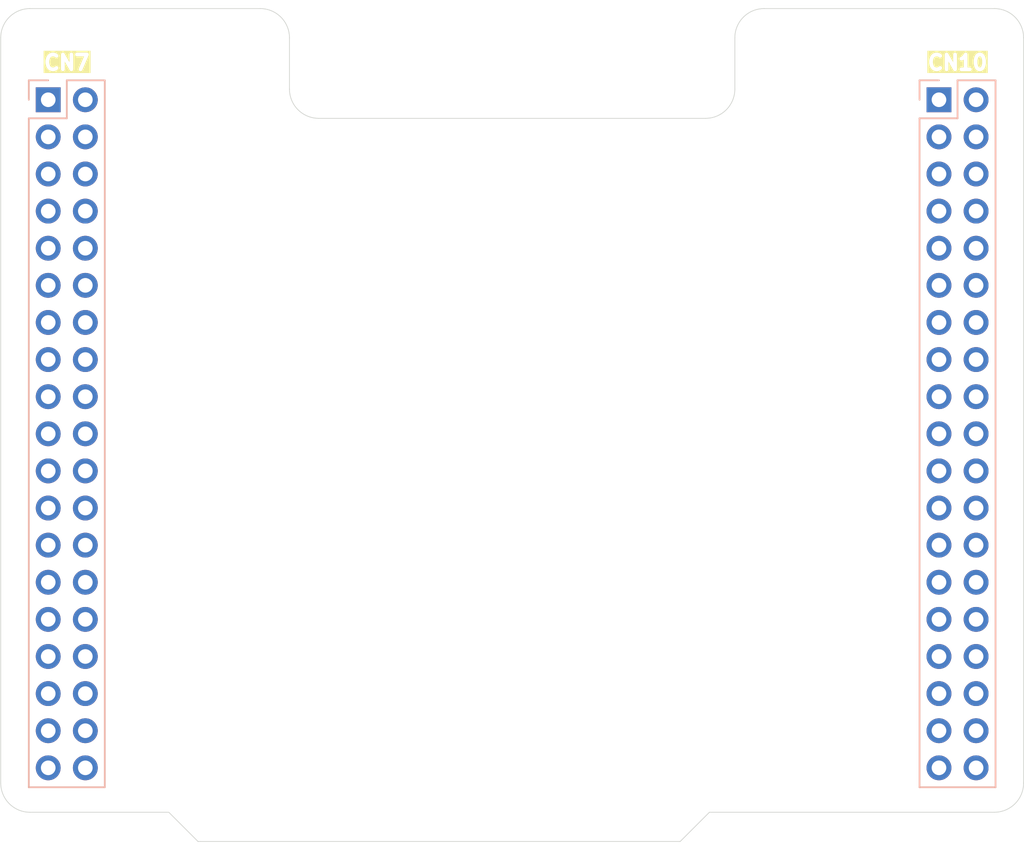
<source format=kicad_pcb>
(kicad_pcb (version 20241229) (generator "pcbnew") (generator_version "9.0")
  (layers (0 "F.Cu" signal) (2 "B.Cu" signal) (13 "F.Paste" user) (15 "B.Paste" user) (5 "F.SilkS" user "F.Silkscreen") (7 "B.SilkS" user "B.Silkscreen") (1 "F.Mask" user) (3 "B.Mask" user) (25 "Edge.Cuts" user))
  (net 0 "")
  (net 3 "+3V3")
  (net 6 "VIN")
  (net 8 "VBAT")
  (net 11 "+5V")
  (net 22 "AGND")
  (net 29 "AVDD")
  (net 36 "U5V")
  (net 39 "E5V")
  (net 47 "GNDD")
  (net 57 "BOOT0")
  (net 58 "VDD")
  (net 60 "RESET")
  (net 65 "IOREF")
  (footprint "MountingHole:MountingHole_3.2mm_M3_ISO14580" (layer "F.Cu") (at 161.318236 109.218344)
    (property "Reference" "H1" (hide yes))
    (property "Value" "MountingHole" (hide yes))
    (pad "" np_thru_hole circle (at -0.028236 0.001656) (size 3.2 3.2) (drill 3.2) (layers "*.Cu" "*.Mask"))
  )
  (footprint "MountingHole:MountingHole_3.2mm_M3_ISO14580" (layer "F.Cu") (at 133.35 109.22)
    (property "Reference" "H4" (hide yes))
    (property "Value" "MountingHole" (hide yes))
    (pad "" np_thru_hole circle (at 0 0) (size 3.2 3.2) (drill 3.2) (layers "*.Cu" "*.Mask"))
  )
  (footprint "MountingHole:MountingHole_3.2mm_M3_ISO14580" (layer "F.Cu") (at 128.299221 57.157512)
    (property "Reference" "H3" (hide yes))
    (property "Value" "MountingHole" (hide yes))
    (pad "" np_thru_hole circle (at -0.029221 -0.007512) (size 3.2 3.2) (drill 3.2) (layers "*.Cu" "*.Mask"))
  )
  (footprint "MountingHole:MountingHole_3.2mm_M3_ISO14580" (layer "F.Cu") (at 176.563056 58.428713)
    (property "Reference" "H2" (hide yes))
    (property "Value" "MountingHole" (hide yes))
    (pad "" np_thru_hole circle (at -0.033056 -0.008713) (size 3.2 3.2) (drill 3.2) (layers "*.Cu" "*.Mask"))
  )
  (footprint "Connector_PinSocket_2.54mm:PinSocket_2x19_P2.54mm_Vertical" (layer "B.Cu") (at 181.61 60.96 180)
    (property "Reference" "J2" (hide yes))
    (property "Value" "CN10" (at -1.27 2.54 0) (layer "F.SilkS" knockout) (effects (font (size 1.016 1.016) (thickness 0.254) (bold yes))))
    (fp_line (start 1.33 1.33) (end 1.33 0) (stroke (width 0.12)) (layer "B.SilkS"))
    (fp_line (start 1.33 -1.27) (end 1.33 -47.05) (stroke (width 0.12)) (layer "B.SilkS"))
    (fp_line (start 0 1.33) (end 1.33 1.33) (stroke (width 0.12)) (layer "B.SilkS"))
    (fp_line (start -1.27 1.33) (end -1.27 -1.27) (stroke (width 0.12)) (layer "B.SilkS"))
    (fp_line (start -1.27 -1.27) (end 1.33 -1.27) (stroke (width 0.12)) (layer "B.SilkS"))
    (fp_line (start -3.87 1.33) (end -1.27 1.33) (stroke (width 0.12)) (layer "B.SilkS"))
    (fp_line (start -3.87 1.33) (end -3.87 -47.05) (stroke (width 0.12)) (layer "B.SilkS"))
    (fp_line (start -3.87 -47.05) (end 1.33 -47.05) (stroke (width 0.12)) (layer "B.SilkS"))
    (pad "1" thru_hole rect (at 0 0 180) (size 1.7 1.7) (drill 1) (layers "*.Cu" "*.Mask"))
    (pad "2" thru_hole circle (at -2.54 0 180) (size 1.7 1.7) (drill 1) (layers "*.Cu" "*.Mask"))
    (pad "3" thru_hole circle (at 0 -2.54 180) (size 1.7 1.7) (drill 1) (layers "*.Cu" "*.Mask"))
    (pad "4" thru_hole circle (at -2.54 -2.54 180) (size 1.7 1.7) (drill 1) (layers "*.Cu" "*.Mask"))
    (pad "5" thru_hole circle (at 0 -5.08 180) (size 1.7 1.7) (drill 1) (layers "*.Cu" "*.Mask"))
    (pad "6" thru_hole circle (at -2.54 -5.08 180) (size 1.7 1.7) (drill 1) (layers "*.Cu" "*.Mask"))
    (pad "7" thru_hole circle (at 0 -7.62 180) (size 1.7 1.7) (drill 1) (layers "*.Cu" "*.Mask") (net 29 "AVDD"))
    (pad "8" thru_hole circle (at -2.54 -7.62 180) (size 1.7 1.7) (drill 1) (layers "*.Cu" "*.Mask") (net 36 "U5V"))
    (pad "9" thru_hole circle (at 0 -10.16 180) (size 1.7 1.7) (drill 1) (layers "*.Cu" "*.Mask") (net 47 "GNDD"))
    (pad "10" thru_hole circle (at -2.54 -10.16 180) (size 1.7 1.7) (drill 1) (layers "*.Cu" "*.Mask"))
    (pad "11" thru_hole circle (at 0 -12.7 180) (size 1.7 1.7) (drill 1) (layers "*.Cu" "*.Mask"))
    (pad "12" thru_hole circle (at -2.54 -12.7 180) (size 1.7 1.7) (drill 1) (layers "*.Cu" "*.Mask"))
    (pad "13" thru_hole circle (at 0 -15.24 180) (size 1.7 1.7) (drill 1) (layers "*.Cu" "*.Mask"))
    (pad "14" thru_hole circle (at -2.54 -15.24 180) (size 1.7 1.7) (drill 1) (layers "*.Cu" "*.Mask"))
    (pad "15" thru_hole circle (at 0 -17.78 180) (size 1.7 1.7) (drill 1) (layers "*.Cu" "*.Mask"))
    (pad "16" thru_hole circle (at -2.54 -17.78 180) (size 1.7 1.7) (drill 1) (layers "*.Cu" "*.Mask"))
    (pad "17" thru_hole circle (at 0 -20.32 180) (size 1.7 1.7) (drill 1) (layers "*.Cu" "*.Mask"))
    (pad "18" thru_hole circle (at -2.54 -20.32 180) (size 1.7 1.7) (drill 1) (layers "*.Cu" "*.Mask"))
    (pad "19" thru_hole circle (at 0 -22.86 180) (size 1.7 1.7) (drill 1) (layers "*.Cu" "*.Mask"))
    (pad "20" thru_hole circle (at -2.54 -22.86 180) (size 1.7 1.7) (drill 1) (layers "*.Cu" "*.Mask") (net 47 "GNDD"))
    (pad "21" thru_hole circle (at 0 -25.4 180) (size 1.7 1.7) (drill 1) (layers "*.Cu" "*.Mask"))
    (pad "22" thru_hole circle (at -2.54 -25.4 180) (size 1.7 1.7) (drill 1) (layers "*.Cu" "*.Mask"))
    (pad "23" thru_hole circle (at 0 -27.94 180) (size 1.7 1.7) (drill 1) (layers "*.Cu" "*.Mask"))
    (pad "24" thru_hole circle (at -2.54 -27.94 180) (size 1.7 1.7) (drill 1) (layers "*.Cu" "*.Mask"))
    (pad "25" thru_hole circle (at 0 -30.48 180) (size 1.7 1.7) (drill 1) (layers "*.Cu" "*.Mask"))
    (pad "26" thru_hole circle (at -2.54 -30.48 180) (size 1.7 1.7) (drill 1) (layers "*.Cu" "*.Mask"))
    (pad "27" thru_hole circle (at 0 -33.02 180) (size 1.7 1.7) (drill 1) (layers "*.Cu" "*.Mask"))
    (pad "28" thru_hole circle (at -2.54 -33.02 180) (size 1.7 1.7) (drill 1) (layers "*.Cu" "*.Mask"))
    (pad "29" thru_hole circle (at 0 -35.56 180) (size 1.7 1.7) (drill 1) (layers "*.Cu" "*.Mask"))
    (pad "30" thru_hole circle (at -2.54 -35.56 180) (size 1.7 1.7) (drill 1) (layers "*.Cu" "*.Mask"))
    (pad "31" thru_hole circle (at 0 -38.1 180) (size 1.7 1.7) (drill 1) (layers "*.Cu" "*.Mask"))
    (pad "32" thru_hole circle (at -2.54 -38.1 180) (size 1.7 1.7) (drill 1) (layers "*.Cu" "*.Mask") (net 22 "AGND"))
    (pad "33" thru_hole circle (at 0 -40.64 180) (size 1.7 1.7) (drill 1) (layers "*.Cu" "*.Mask"))
    (pad "34" thru_hole circle (at -2.54 -40.64 180) (size 1.7 1.7) (drill 1) (layers "*.Cu" "*.Mask"))
    (pad "35" thru_hole circle (at 0 -43.18 180) (size 1.7 1.7) (drill 1) (layers "*.Cu" "*.Mask"))
    (pad "36" thru_hole circle (at -2.54 -43.18 180) (size 1.7 1.7) (drill 1) (layers "*.Cu" "*.Mask"))
    (pad "37" thru_hole circle (at 0 -45.72 180) (size 1.7 1.7) (drill 1) (layers "*.Cu" "*.Mask"))
    (pad "38" thru_hole circle (at -2.54 -45.72 180) (size 1.7 1.7) (drill 1) (layers "*.Cu" "*.Mask"))
  )
  (footprint "Connector_PinSocket_2.54mm:PinSocket_2x19_P2.54mm_Vertical" (layer "B.Cu") (at 120.65 60.96 180)
    (property "Reference" "J1" (hide yes))
    (property "Value" "CN7" (at -1.27 2.54 0) (layer "F.SilkS" knockout) (effects (font (size 1.016 1.016) (thickness 0.254) (bold yes))))
    (fp_line (start 1.33 1.33) (end 1.33 0) (stroke (width 0.12)) (layer "B.SilkS"))
    (fp_line (start 1.33 -1.27) (end 1.33 -47.05) (stroke (width 0.12)) (layer "B.SilkS"))
    (fp_line (start 0 1.33) (end 1.33 1.33) (stroke (width 0.12)) (layer "B.SilkS"))
    (fp_line (start -1.27 1.33) (end -1.27 -1.27) (stroke (width 0.12)) (layer "B.SilkS"))
    (fp_line (start -1.27 -1.27) (end 1.33 -1.27) (stroke (width 0.12)) (layer "B.SilkS"))
    (fp_line (start -3.87 1.33) (end -1.27 1.33) (stroke (width 0.12)) (layer "B.SilkS"))
    (fp_line (start -3.87 1.33) (end -3.87 -47.05) (stroke (width 0.12)) (layer "B.SilkS"))
    (fp_line (start -3.87 -47.05) (end 1.33 -47.05) (stroke (width 0.12)) (layer "B.SilkS"))
    (pad "1" thru_hole rect (at 0 0 180) (size 1.7 1.7) (drill 1) (layers "*.Cu" "*.Mask"))
    (pad "2" thru_hole circle (at -2.54 0 180) (size 1.7 1.7) (drill 1) (layers "*.Cu" "*.Mask"))
    (pad "3" thru_hole circle (at 0 -2.54 180) (size 1.7 1.7) (drill 1) (layers "*.Cu" "*.Mask"))
    (pad "4" thru_hole circle (at -2.54 -2.54 180) (size 1.7 1.7) (drill 1) (layers "*.Cu" "*.Mask"))
    (pad "5" thru_hole circle (at 0 -5.08 180) (size 1.7 1.7) (drill 1) (layers "*.Cu" "*.Mask") (net 58 "VDD"))
    (pad "6" thru_hole circle (at -2.54 -5.08 180) (size 1.7 1.7) (drill 1) (layers "*.Cu" "*.Mask") (net 39 "E5V"))
    (pad "7" thru_hole circle (at 0 -7.62 180) (size 1.7 1.7) (drill 1) (layers "*.Cu" "*.Mask") (net 57 "BOOT0"))
    (pad "8" thru_hole circle (at -2.54 -7.62 180) (size 1.7 1.7) (drill 1) (layers "*.Cu" "*.Mask") (net 47 "GNDD"))
    (pad "9" thru_hole circle (at 0 -10.16 180) (size 1.7 1.7) (drill 1) (layers "*.Cu" "*.Mask"))
    (pad "10" thru_hole circle (at -2.54 -10.16 180) (size 1.7 1.7) (drill 1) (layers "*.Cu" "*.Mask"))
    (pad "11" thru_hole circle (at 0 -12.7 180) (size 1.7 1.7) (drill 1) (layers "*.Cu" "*.Mask"))
    (pad "12" thru_hole circle (at -2.54 -12.7 180) (size 1.7 1.7) (drill 1) (layers "*.Cu" "*.Mask") (net 65 "IOREF"))
    (pad "13" thru_hole circle (at 0 -15.24 180) (size 1.7 1.7) (drill 1) (layers "*.Cu" "*.Mask"))
    (pad "14" thru_hole circle (at -2.54 -15.24 180) (size 1.7 1.7) (drill 1) (layers "*.Cu" "*.Mask") (net 60 "RESET"))
    (pad "15" thru_hole circle (at 0 -17.78 180) (size 1.7 1.7) (drill 1) (layers "*.Cu" "*.Mask"))
    (pad "16" thru_hole circle (at -2.54 -17.78 180) (size 1.7 1.7) (drill 1) (layers "*.Cu" "*.Mask") (net 3 "+3V3"))
    (pad "17" thru_hole circle (at 0 -20.32 180) (size 1.7 1.7) (drill 1) (layers "*.Cu" "*.Mask"))
    (pad "18" thru_hole circle (at -2.54 -20.32 180) (size 1.7 1.7) (drill 1) (layers "*.Cu" "*.Mask") (net 11 "+5V"))
    (pad "19" thru_hole circle (at 0 -22.86 180) (size 1.7 1.7) (drill 1) (layers "*.Cu" "*.Mask") (net 47 "GNDD"))
    (pad "20" thru_hole circle (at -2.54 -22.86 180) (size 1.7 1.7) (drill 1) (layers "*.Cu" "*.Mask") (net 47 "GNDD"))
    (pad "21" thru_hole circle (at 0 -25.4 180) (size 1.7 1.7) (drill 1) (layers "*.Cu" "*.Mask"))
    (pad "22" thru_hole circle (at -2.54 -25.4 180) (size 1.7 1.7) (drill 1) (layers "*.Cu" "*.Mask") (net 47 "GNDD"))
    (pad "23" thru_hole circle (at 0 -27.94 180) (size 1.7 1.7) (drill 1) (layers "*.Cu" "*.Mask"))
    (pad "24" thru_hole circle (at -2.54 -27.94 180) (size 1.7 1.7) (drill 1) (layers "*.Cu" "*.Mask") (net 6 "VIN"))
    (pad "25" thru_hole circle (at 0 -30.48 180) (size 1.7 1.7) (drill 1) (layers "*.Cu" "*.Mask"))
    (pad "26" thru_hole circle (at -2.54 -30.48 180) (size 1.7 1.7) (drill 1) (layers "*.Cu" "*.Mask"))
    (pad "27" thru_hole circle (at 0 -33.02 180) (size 1.7 1.7) (drill 1) (layers "*.Cu" "*.Mask"))
    (pad "28" thru_hole circle (at -2.54 -33.02 180) (size 1.7 1.7) (drill 1) (layers "*.Cu" "*.Mask"))
    (pad "29" thru_hole circle (at 0 -35.56 180) (size 1.7 1.7) (drill 1) (layers "*.Cu" "*.Mask"))
    (pad "30" thru_hole circle (at -2.54 -35.56 180) (size 1.7 1.7) (drill 1) (layers "*.Cu" "*.Mask"))
    (pad "31" thru_hole circle (at 0 -38.1 180) (size 1.7 1.7) (drill 1) (layers "*.Cu" "*.Mask"))
    (pad "32" thru_hole circle (at -2.54 -38.1 180) (size 1.7 1.7) (drill 1) (layers "*.Cu" "*.Mask"))
    (pad "33" thru_hole circle (at 0 -40.64 180) (size 1.7 1.7) (drill 1) (layers "*.Cu" "*.Mask") (net 8 "VBAT"))
    (pad "34" thru_hole circle (at -2.54 -40.64 180) (size 1.7 1.7) (drill 1) (layers "*.Cu" "*.Mask"))
    (pad "35" thru_hole circle (at 0 -43.18 180) (size 1.7 1.7) (drill 1) (layers "*.Cu" "*.Mask"))
    (pad "36" thru_hole circle (at -2.54 -43.18 180) (size 1.7 1.7) (drill 1) (layers "*.Cu" "*.Mask"))
    (pad "37" thru_hole circle (at 0 -45.72 180) (size 1.7 1.7) (drill 1) (layers "*.Cu" "*.Mask"))
    (pad "38" thru_hole circle (at -2.54 -45.72 180) (size 1.7 1.7) (drill 1) (layers "*.Cu" "*.Mask"))
  )
  (gr_arc (start 167.64 56.72) (mid 168.225786 55.305786) (end 169.64 54.72) (stroke (width 0.05)) (layer "Edge.Cuts"))
  (gr_arc (start 167.64 60.23) (mid 167.054214 61.644214) (end 165.64 62.23) (stroke (width 0.05)) (layer "Edge.Cuts"))
  (gr_arc (start 185.4 54.72) (mid 186.814214 55.305786) (end 187.4 56.72) (stroke (width 0.05)) (layer "Edge.Cuts"))
  (gr_line (start 163.9 111.72) (end 165.9 109.72) (stroke (width 0.05)) (layer "Edge.Cuts"))
  (gr_arc (start 187.4 107.72) (mid 186.814214 109.134214) (end 185.4 109.72) (stroke (width 0.05)) (layer "Edge.Cuts"))
  (gr_line (start 137.16 56.72) (end 137.16 60.23) (stroke (width 0.05)) (layer "Edge.Cuts"))
  (gr_line (start 185.4 109.72) (end 165.9 109.72) (stroke (width 0.05)) (layer "Edge.Cuts"))
  (gr_arc (start 139.16 62.23) (mid 137.745786 61.644214) (end 137.16 60.23) (stroke (width 0.05)) (layer "Edge.Cuts"))
  (gr_line (start 185.4 54.72) (end 169.64 54.72) (stroke (width 0.05)) (layer "Edge.Cuts"))
  (gr_line (start 117.4 56.72) (end 117.4 107.72) (stroke (width 0.05)) (layer "Edge.Cuts"))
  (gr_line (start 119.4 54.72) (end 135.16 54.72) (stroke (width 0.05)) (layer "Edge.Cuts"))
  (gr_line (start 139.16 62.23) (end 165.64 62.23) (stroke (width 0.05)) (layer "Edge.Cuts"))
  (gr_arc (start 119.4 109.72) (mid 117.985786 109.134214) (end 117.4 107.72) (stroke (width 0.05)) (layer "Edge.Cuts"))
  (gr_arc (start 135.16 54.72) (mid 136.574214 55.305786) (end 137.16 56.72) (stroke (width 0.05)) (layer "Edge.Cuts"))
  (gr_line (start 130.9 111.72) (end 163.9 111.72) (stroke (width 0.05)) (layer "Edge.Cuts"))
  (gr_arc (start 117.4 56.72) (mid 117.985786 55.305786) (end 119.4 54.72) (stroke (width 0.05)) (layer "Edge.Cuts"))
  (gr_line (start 128.9 109.72) (end 130.9 111.72) (stroke (width 0.05)) (layer "Edge.Cuts"))
  (gr_line (start 167.64 56.72) (end 167.64 60.23) (stroke (width 0.05)) (layer "Edge.Cuts"))
  (gr_line (start 119.4 109.72) (end 128.9 109.72) (stroke (width 0.05)) (layer "Edge.Cuts"))
  (gr_line (start 187.4 56.72) (end 187.4 107.72) (stroke (width 0.05)) (layer "Edge.Cuts"))
)
</source>
